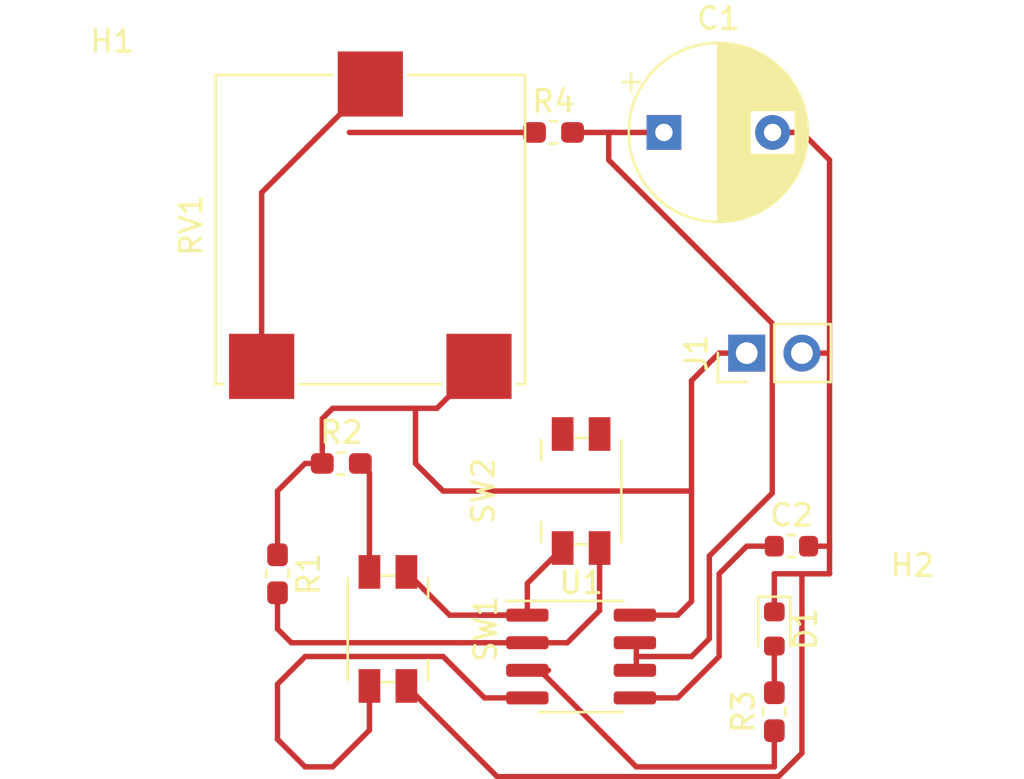
<source format=kicad_pcb>
(kicad_pcb (version 20171130) (host pcbnew "(5.1.6)-1")

  (general
    (thickness 1.6)
    (drawings 0)
    (tracks 83)
    (zones 0)
    (modules 14)
    (nets 10)
  )

  (page A4)
  (layers
    (0 F.Cu signal)
    (31 B.Cu signal)
    (32 B.Adhes user)
    (33 F.Adhes user)
    (34 B.Paste user)
    (35 F.Paste user)
    (36 B.SilkS user)
    (37 F.SilkS user)
    (38 B.Mask user)
    (39 F.Mask user)
    (40 Dwgs.User user)
    (41 Cmts.User user)
    (42 Eco1.User user)
    (43 Eco2.User user)
    (44 Edge.Cuts user)
    (45 Margin user)
    (46 B.CrtYd user)
    (47 F.CrtYd user)
    (48 B.Fab user)
    (49 F.Fab user)
  )

  (setup
    (last_trace_width 0.25)
    (user_trace_width 0.25)
    (user_trace_width 0.5)
    (trace_clearance 0.2)
    (zone_clearance 0.508)
    (zone_45_only no)
    (trace_min 0.2)
    (via_size 0.8)
    (via_drill 0.4)
    (via_min_size 0.4)
    (via_min_drill 0.3)
    (uvia_size 0.3)
    (uvia_drill 0.1)
    (uvias_allowed no)
    (uvia_min_size 0.2)
    (uvia_min_drill 0.1)
    (edge_width 0.05)
    (segment_width 0.2)
    (pcb_text_width 0.3)
    (pcb_text_size 1.5 1.5)
    (mod_edge_width 0.12)
    (mod_text_size 1 1)
    (mod_text_width 0.15)
    (pad_size 1.524 1.524)
    (pad_drill 0.762)
    (pad_to_mask_clearance 0.05)
    (aux_axis_origin 0 0)
    (visible_elements 7FFFFFFF)
    (pcbplotparams
      (layerselection 0x010fc_ffffffff)
      (usegerberextensions false)
      (usegerberattributes true)
      (usegerberadvancedattributes true)
      (creategerberjobfile true)
      (excludeedgelayer true)
      (linewidth 0.100000)
      (plotframeref false)
      (viasonmask false)
      (mode 1)
      (useauxorigin false)
      (hpglpennumber 1)
      (hpglpenspeed 20)
      (hpglpendiameter 15.000000)
      (psnegative false)
      (psa4output false)
      (plotreference true)
      (plotvalue true)
      (plotinvisibletext false)
      (padsonsilk false)
      (subtractmaskfromsilk false)
      (outputformat 1)
      (mirror false)
      (drillshape 1)
      (scaleselection 1)
      (outputdirectory ""))
  )

  (net 0 "")
  (net 1 "Net-(C1-Pad2)")
  (net 2 "Net-(C1-Pad1)")
  (net 3 "Net-(C2-Pad1)")
  (net 4 "Net-(D1-Pad2)")
  (net 5 "Net-(J1-Pad1)")
  (net 6 "Net-(R1-Pad2)")
  (net 7 "Net-(R2-Pad2)")
  (net 8 "Net-(R3-Pad1)")
  (net 9 "Net-(R4-Pad1)")

  (net_class Default "This is the default net class."
    (clearance 0.2)
    (trace_width 0.25)
    (via_dia 0.8)
    (via_drill 0.4)
    (uvia_dia 0.3)
    (uvia_drill 0.1)
    (add_net "Net-(C1-Pad1)")
    (add_net "Net-(C1-Pad2)")
    (add_net "Net-(C2-Pad1)")
    (add_net "Net-(D1-Pad2)")
    (add_net "Net-(J1-Pad1)")
    (add_net "Net-(R1-Pad2)")
    (add_net "Net-(R2-Pad2)")
    (add_net "Net-(R3-Pad1)")
    (add_net "Net-(R4-Pad1)")
  )

  (module Button_Switch_SMD:Panasonic_EVQPUJ_EVQPUA (layer F.Cu) (tedit 5A02FC95) (tstamp 619E77DE)
    (at 147.32 116.84 270)
    (descr http://industrial.panasonic.com/cdbs/www-data/pdf/ATV0000/ATV0000CE5.pdf)
    (tags "SMD SMT SPST EVQPUJ EVQPUA")
    (path /618BDABF)
    (attr smd)
    (fp_text reference SW1 (at 0 -4.5 90) (layer F.SilkS)
      (effects (font (size 1 1) (thickness 0.15)))
    )
    (fp_text value SW_Push (at 0 3.5 90) (layer F.Fab)
      (effects (font (size 1 1) (thickness 0.15)))
    )
    (fp_line (start 3.9 -3.25) (end -3.9 -3.25) (layer F.CrtYd) (width 0.05))
    (fp_line (start 3.9 2.25) (end -3.9 2.25) (layer F.CrtYd) (width 0.05))
    (fp_line (start -3.9 2.25) (end -3.9 -3.25) (layer F.CrtYd) (width 0.05))
    (fp_line (start -1.425 -1.85) (end -2.35 -1.85) (layer F.SilkS) (width 0.12))
    (fp_line (start 2.45 0.275) (end 2.45 -0.275) (layer F.SilkS) (width 0.12))
    (fp_line (start 2.35 1.75) (end -2.35 1.75) (layer F.Fab) (width 0.1))
    (fp_line (start 2.35 -1.75) (end -2.35 -1.75) (layer F.Fab) (width 0.1))
    (fp_line (start -2.35 1.75) (end -2.35 -1.75) (layer F.Fab) (width 0.1))
    (fp_line (start 2.35 1.75) (end 2.35 -1.75) (layer F.Fab) (width 0.1))
    (fp_line (start 1.3 -2.75) (end -1.3 -2.75) (layer F.Fab) (width 0.1))
    (fp_line (start 1.3 -2.75) (end 1.3 -1.75) (layer F.Fab) (width 0.1))
    (fp_line (start -1.3 -2.75) (end -1.3 -1.75) (layer F.Fab) (width 0.1))
    (fp_line (start -2.45 0.275) (end -2.45 -0.275) (layer F.SilkS) (width 0.12))
    (fp_line (start 2.35 1.85) (end -2.35 1.85) (layer F.SilkS) (width 0.12))
    (fp_line (start 2.35 -1.85) (end 1.425 -1.85) (layer F.SilkS) (width 0.12))
    (fp_line (start 3.9 2.25) (end 3.9 -3.25) (layer F.CrtYd) (width 0.05))
    (fp_text user %R (at 0 0 90) (layer F.Fab)
      (effects (font (size 1 1) (thickness 0.15)))
    )
    (pad 1 smd rect (at 2.625 -0.85 90) (size 1.55 1) (layers F.Cu F.Paste F.Mask)
      (net 1 "Net-(C1-Pad2)"))
    (pad 1 smd rect (at -2.625 -0.85 90) (size 1.55 1) (layers F.Cu F.Paste F.Mask)
      (net 1 "Net-(C1-Pad2)"))
    (pad 2 smd rect (at -2.625 0.85 90) (size 1.55 1) (layers F.Cu F.Paste F.Mask)
      (net 7 "Net-(R2-Pad2)"))
    (pad 2 smd rect (at 2.625 0.85 90) (size 1.55 1) (layers F.Cu F.Paste F.Mask)
      (net 7 "Net-(R2-Pad2)"))
    (model ${KISYS3DMOD}/Button_Switch_SMD.3dshapes/Panasonic_EVQPUJ_EVQPUA.wrl
      (at (xyz 0 0 0))
      (scale (xyz 1 1 1))
      (rotate (xyz 0 0 0))
    )
  )

  (module Package_SO:SOIC-8_3.9x4.9mm_P1.27mm (layer F.Cu) (tedit 5D9F72B1) (tstamp 619E7811)
    (at 156.21 118.11)
    (descr "SOIC, 8 Pin (JEDEC MS-012AA, https://www.analog.com/media/en/package-pcb-resources/package/pkg_pdf/soic_narrow-r/r_8.pdf), generated with kicad-footprint-generator ipc_gullwing_generator.py")
    (tags "SOIC SO")
    (path /618B7B92)
    (attr smd)
    (fp_text reference U1 (at 0 -3.4) (layer F.SilkS)
      (effects (font (size 1 1) (thickness 0.15)))
    )
    (fp_text value LM555xM (at 0 3.4) (layer F.Fab)
      (effects (font (size 1 1) (thickness 0.15)))
    )
    (fp_line (start 3.7 -2.7) (end -3.7 -2.7) (layer F.CrtYd) (width 0.05))
    (fp_line (start 3.7 2.7) (end 3.7 -2.7) (layer F.CrtYd) (width 0.05))
    (fp_line (start -3.7 2.7) (end 3.7 2.7) (layer F.CrtYd) (width 0.05))
    (fp_line (start -3.7 -2.7) (end -3.7 2.7) (layer F.CrtYd) (width 0.05))
    (fp_line (start -1.95 -1.475) (end -0.975 -2.45) (layer F.Fab) (width 0.1))
    (fp_line (start -1.95 2.45) (end -1.95 -1.475) (layer F.Fab) (width 0.1))
    (fp_line (start 1.95 2.45) (end -1.95 2.45) (layer F.Fab) (width 0.1))
    (fp_line (start 1.95 -2.45) (end 1.95 2.45) (layer F.Fab) (width 0.1))
    (fp_line (start -0.975 -2.45) (end 1.95 -2.45) (layer F.Fab) (width 0.1))
    (fp_line (start 0 -2.56) (end -3.45 -2.56) (layer F.SilkS) (width 0.12))
    (fp_line (start 0 -2.56) (end 1.95 -2.56) (layer F.SilkS) (width 0.12))
    (fp_line (start 0 2.56) (end -1.95 2.56) (layer F.SilkS) (width 0.12))
    (fp_line (start 0 2.56) (end 1.95 2.56) (layer F.SilkS) (width 0.12))
    (fp_text user %R (at 0 0) (layer F.Fab)
      (effects (font (size 0.98 0.98) (thickness 0.15)))
    )
    (pad 8 smd roundrect (at 2.475 -1.905) (size 1.95 0.6) (layers F.Cu F.Paste F.Mask) (roundrect_rratio 0.25)
      (net 5 "Net-(J1-Pad1)"))
    (pad 7 smd roundrect (at 2.475 -0.635) (size 1.95 0.6) (layers F.Cu F.Paste F.Mask) (roundrect_rratio 0.25)
      (net 2 "Net-(C1-Pad1)"))
    (pad 6 smd roundrect (at 2.475 0.635) (size 1.95 0.6) (layers F.Cu F.Paste F.Mask) (roundrect_rratio 0.25)
      (net 2 "Net-(C1-Pad1)"))
    (pad 5 smd roundrect (at 2.475 1.905) (size 1.95 0.6) (layers F.Cu F.Paste F.Mask) (roundrect_rratio 0.25)
      (net 3 "Net-(C2-Pad1)"))
    (pad 4 smd roundrect (at -2.475 1.905) (size 1.95 0.6) (layers F.Cu F.Paste F.Mask) (roundrect_rratio 0.25)
      (net 7 "Net-(R2-Pad2)"))
    (pad 3 smd roundrect (at -2.475 0.635) (size 1.95 0.6) (layers F.Cu F.Paste F.Mask) (roundrect_rratio 0.25)
      (net 8 "Net-(R3-Pad1)"))
    (pad 2 smd roundrect (at -2.475 -0.635) (size 1.95 0.6) (layers F.Cu F.Paste F.Mask) (roundrect_rratio 0.25)
      (net 6 "Net-(R1-Pad2)"))
    (pad 1 smd roundrect (at -2.475 -1.905) (size 1.95 0.6) (layers F.Cu F.Paste F.Mask) (roundrect_rratio 0.25)
      (net 1 "Net-(C1-Pad2)"))
    (model ${KISYS3DMOD}/Package_SO.3dshapes/SOIC-8_3.9x4.9mm_P1.27mm.wrl
      (at (xyz 0 0 0))
      (scale (xyz 1 1 1))
      (rotate (xyz 0 0 0))
    )
  )

  (module Button_Switch_SMD:Panasonic_EVQPUJ_EVQPUA (layer F.Cu) (tedit 5A02FC95) (tstamp 619E77F7)
    (at 156.21 110.49 90)
    (descr http://industrial.panasonic.com/cdbs/www-data/pdf/ATV0000/ATV0000CE5.pdf)
    (tags "SMD SMT SPST EVQPUJ EVQPUA")
    (path /618B8F0E)
    (attr smd)
    (fp_text reference SW2 (at 0 -4.5 90) (layer F.SilkS)
      (effects (font (size 1 1) (thickness 0.15)))
    )
    (fp_text value SW_Push (at 0 3.5 90) (layer F.Fab)
      (effects (font (size 1 1) (thickness 0.15)))
    )
    (fp_line (start 3.9 -3.25) (end -3.9 -3.25) (layer F.CrtYd) (width 0.05))
    (fp_line (start 3.9 2.25) (end -3.9 2.25) (layer F.CrtYd) (width 0.05))
    (fp_line (start -3.9 2.25) (end -3.9 -3.25) (layer F.CrtYd) (width 0.05))
    (fp_line (start -1.425 -1.85) (end -2.35 -1.85) (layer F.SilkS) (width 0.12))
    (fp_line (start 2.45 0.275) (end 2.45 -0.275) (layer F.SilkS) (width 0.12))
    (fp_line (start 2.35 1.75) (end -2.35 1.75) (layer F.Fab) (width 0.1))
    (fp_line (start 2.35 -1.75) (end -2.35 -1.75) (layer F.Fab) (width 0.1))
    (fp_line (start -2.35 1.75) (end -2.35 -1.75) (layer F.Fab) (width 0.1))
    (fp_line (start 2.35 1.75) (end 2.35 -1.75) (layer F.Fab) (width 0.1))
    (fp_line (start 1.3 -2.75) (end -1.3 -2.75) (layer F.Fab) (width 0.1))
    (fp_line (start 1.3 -2.75) (end 1.3 -1.75) (layer F.Fab) (width 0.1))
    (fp_line (start -1.3 -2.75) (end -1.3 -1.75) (layer F.Fab) (width 0.1))
    (fp_line (start -2.45 0.275) (end -2.45 -0.275) (layer F.SilkS) (width 0.12))
    (fp_line (start 2.35 1.85) (end -2.35 1.85) (layer F.SilkS) (width 0.12))
    (fp_line (start 2.35 -1.85) (end 1.425 -1.85) (layer F.SilkS) (width 0.12))
    (fp_line (start 3.9 2.25) (end 3.9 -3.25) (layer F.CrtYd) (width 0.05))
    (fp_text user %R (at 0 0 90) (layer F.Fab)
      (effects (font (size 1 1) (thickness 0.15)))
    )
    (pad 1 smd rect (at 2.625 -0.85 270) (size 1.55 1) (layers F.Cu F.Paste F.Mask)
      (net 1 "Net-(C1-Pad2)"))
    (pad 1 smd rect (at -2.625 -0.85 270) (size 1.55 1) (layers F.Cu F.Paste F.Mask)
      (net 1 "Net-(C1-Pad2)"))
    (pad 2 smd rect (at -2.625 0.85 270) (size 1.55 1) (layers F.Cu F.Paste F.Mask)
      (net 6 "Net-(R1-Pad2)"))
    (pad 2 smd rect (at 2.625 0.85 270) (size 1.55 1) (layers F.Cu F.Paste F.Mask)
      (net 6 "Net-(R1-Pad2)"))
    (model ${KISYS3DMOD}/Button_Switch_SMD.3dshapes/Panasonic_EVQPUJ_EVQPUA.wrl
      (at (xyz 0 0 0))
      (scale (xyz 1 1 1))
      (rotate (xyz 0 0 0))
    )
  )

  (module Potentiometer_SMD:Potentiometer_ACP_CA14-VSMD_Vertical (layer F.Cu) (tedit 5A3D7171) (tstamp 619E77C5)
    (at 146.510301 98.25 90)
    (descr "Potentiometer, vertical, ACP CA14-VSMD, http://www.acptechnologies.com/wp-content/uploads/2017/10/03-ACP-CA14-CE14.pdf")
    (tags "Potentiometer vertical ACP CA14-VSMD")
    (path /618BE14C)
    (attr smd)
    (fp_text reference RV1 (at 0 -8.25 90) (layer F.SilkS)
      (effects (font (size 1 1) (thickness 0.15)))
    )
    (fp_text value 1M (at 0 8.25 90) (layer F.Fab)
      (effects (font (size 1 1) (thickness 0.15)))
    )
    (fp_line (start 7.75 -7.25) (end -7.75 -7.25) (layer F.CrtYd) (width 0.05))
    (fp_line (start 7.75 7.25) (end 7.75 -7.25) (layer F.CrtYd) (width 0.05))
    (fp_line (start -7.75 7.25) (end 7.75 7.25) (layer F.CrtYd) (width 0.05))
    (fp_line (start -7.75 -7.25) (end -7.75 7.25) (layer F.CrtYd) (width 0.05))
    (fp_line (start 6.92 1.74) (end 6.92 7.12) (layer F.SilkS) (width 0.12))
    (fp_line (start 6.92 -7.12) (end 6.92 -1.74) (layer F.SilkS) (width 0.12))
    (fp_line (start -7.32 6.74) (end -7.32 7.12) (layer F.SilkS) (width 0.12))
    (fp_line (start -7.32 -3.259) (end -7.32 3.26) (layer F.SilkS) (width 0.12))
    (fp_line (start -7.32 -7.12) (end -7.32 -6.741) (layer F.SilkS) (width 0.12))
    (fp_line (start -7.32 7.12) (end 6.92 7.12) (layer F.SilkS) (width 0.12))
    (fp_line (start -7.32 -7.12) (end 6.92 -7.12) (layer F.SilkS) (width 0.12))
    (fp_line (start 6.8 -7) (end -7.2 -7) (layer F.Fab) (width 0.1))
    (fp_line (start 6.8 7) (end 6.8 -7) (layer F.Fab) (width 0.1))
    (fp_line (start -7.2 7) (end 6.8 7) (layer F.Fab) (width 0.1))
    (fp_line (start -7.2 -7) (end -7.2 7) (layer F.Fab) (width 0.1))
    (fp_circle (center -0.2 0) (end 0.85 0) (layer F.Fab) (width 0.1))
    (fp_text user %R (at -6.2 0) (layer F.Fab)
      (effects (font (size 1 1) (thickness 0.15)))
    )
    (pad 1 smd rect (at -6.5 5 90) (size 3 3) (layers F.Cu F.Paste F.Mask)
      (net 5 "Net-(J1-Pad1)"))
    (pad 2 smd rect (at 6.5 0 90) (size 3 3) (layers F.Cu F.Paste F.Mask)
      (net 9 "Net-(R4-Pad1)"))
    (pad 3 smd rect (at -6.5 -5 90) (size 3 3) (layers F.Cu F.Paste F.Mask)
      (net 9 "Net-(R4-Pad1)"))
    (model ${KISYS3DMOD}/Potentiometer_SMD.3dshapes/Potentiometer_ACP_CA14-VSMD_Vertical.wrl
      (at (xyz 0 0 0))
      (scale (xyz 1 1 1))
      (rotate (xyz 0 0 0))
    )
  )

  (module Resistor_SMD:R_0603_1608Metric_Pad1.05x0.95mm_HandSolder (layer F.Cu) (tedit 5B301BBD) (tstamp 619E77AD)
    (at 154.94 93.98)
    (descr "Resistor SMD 0603 (1608 Metric), square (rectangular) end terminal, IPC_7351 nominal with elongated pad for handsoldering. (Body size source: http://www.tortai-tech.com/upload/download/2011102023233369053.pdf), generated with kicad-footprint-generator")
    (tags "resistor handsolder")
    (path /618CC1EB)
    (attr smd)
    (fp_text reference R4 (at 0 -1.43) (layer F.SilkS)
      (effects (font (size 1 1) (thickness 0.15)))
    )
    (fp_text value 10k (at 0 1.43) (layer F.Fab)
      (effects (font (size 1 1) (thickness 0.15)))
    )
    (fp_line (start 1.65 0.73) (end -1.65 0.73) (layer F.CrtYd) (width 0.05))
    (fp_line (start 1.65 -0.73) (end 1.65 0.73) (layer F.CrtYd) (width 0.05))
    (fp_line (start -1.65 -0.73) (end 1.65 -0.73) (layer F.CrtYd) (width 0.05))
    (fp_line (start -1.65 0.73) (end -1.65 -0.73) (layer F.CrtYd) (width 0.05))
    (fp_line (start -0.171267 0.51) (end 0.171267 0.51) (layer F.SilkS) (width 0.12))
    (fp_line (start -0.171267 -0.51) (end 0.171267 -0.51) (layer F.SilkS) (width 0.12))
    (fp_line (start 0.8 0.4) (end -0.8 0.4) (layer F.Fab) (width 0.1))
    (fp_line (start 0.8 -0.4) (end 0.8 0.4) (layer F.Fab) (width 0.1))
    (fp_line (start -0.8 -0.4) (end 0.8 -0.4) (layer F.Fab) (width 0.1))
    (fp_line (start -0.8 0.4) (end -0.8 -0.4) (layer F.Fab) (width 0.1))
    (fp_text user %R (at 0 0) (layer F.Fab)
      (effects (font (size 0.4 0.4) (thickness 0.06)))
    )
    (pad 2 smd roundrect (at 0.875 0) (size 1.05 0.95) (layers F.Cu F.Paste F.Mask) (roundrect_rratio 0.25)
      (net 2 "Net-(C1-Pad1)"))
    (pad 1 smd roundrect (at -0.875 0) (size 1.05 0.95) (layers F.Cu F.Paste F.Mask) (roundrect_rratio 0.25)
      (net 9 "Net-(R4-Pad1)"))
    (model ${KISYS3DMOD}/Resistor_SMD.3dshapes/R_0603_1608Metric.wrl
      (at (xyz 0 0 0))
      (scale (xyz 1 1 1))
      (rotate (xyz 0 0 0))
    )
  )

  (module Resistor_SMD:R_0603_1608Metric_Pad1.05x0.95mm_HandSolder (layer F.Cu) (tedit 5B301BBD) (tstamp 619E779C)
    (at 165.1 120.65 90)
    (descr "Resistor SMD 0603 (1608 Metric), square (rectangular) end terminal, IPC_7351 nominal with elongated pad for handsoldering. (Body size source: http://www.tortai-tech.com/upload/download/2011102023233369053.pdf), generated with kicad-footprint-generator")
    (tags "resistor handsolder")
    (path /618BD2C7)
    (attr smd)
    (fp_text reference R3 (at 0 -1.43 90) (layer F.SilkS)
      (effects (font (size 1 1) (thickness 0.15)))
    )
    (fp_text value 470 (at 0 1.43 90) (layer F.Fab)
      (effects (font (size 1 1) (thickness 0.15)))
    )
    (fp_line (start 1.65 0.73) (end -1.65 0.73) (layer F.CrtYd) (width 0.05))
    (fp_line (start 1.65 -0.73) (end 1.65 0.73) (layer F.CrtYd) (width 0.05))
    (fp_line (start -1.65 -0.73) (end 1.65 -0.73) (layer F.CrtYd) (width 0.05))
    (fp_line (start -1.65 0.73) (end -1.65 -0.73) (layer F.CrtYd) (width 0.05))
    (fp_line (start -0.171267 0.51) (end 0.171267 0.51) (layer F.SilkS) (width 0.12))
    (fp_line (start -0.171267 -0.51) (end 0.171267 -0.51) (layer F.SilkS) (width 0.12))
    (fp_line (start 0.8 0.4) (end -0.8 0.4) (layer F.Fab) (width 0.1))
    (fp_line (start 0.8 -0.4) (end 0.8 0.4) (layer F.Fab) (width 0.1))
    (fp_line (start -0.8 -0.4) (end 0.8 -0.4) (layer F.Fab) (width 0.1))
    (fp_line (start -0.8 0.4) (end -0.8 -0.4) (layer F.Fab) (width 0.1))
    (fp_text user %R (at 0 0 90) (layer F.Fab)
      (effects (font (size 0.4 0.4) (thickness 0.06)))
    )
    (pad 2 smd roundrect (at 0.875 0 90) (size 1.05 0.95) (layers F.Cu F.Paste F.Mask) (roundrect_rratio 0.25)
      (net 4 "Net-(D1-Pad2)"))
    (pad 1 smd roundrect (at -0.875 0 90) (size 1.05 0.95) (layers F.Cu F.Paste F.Mask) (roundrect_rratio 0.25)
      (net 8 "Net-(R3-Pad1)"))
    (model ${KISYS3DMOD}/Resistor_SMD.3dshapes/R_0603_1608Metric.wrl
      (at (xyz 0 0 0))
      (scale (xyz 1 1 1))
      (rotate (xyz 0 0 0))
    )
  )

  (module Resistor_SMD:R_0603_1608Metric_Pad1.05x0.95mm_HandSolder (layer F.Cu) (tedit 5B301BBD) (tstamp 619E778B)
    (at 145.175 109.22)
    (descr "Resistor SMD 0603 (1608 Metric), square (rectangular) end terminal, IPC_7351 nominal with elongated pad for handsoldering. (Body size source: http://www.tortai-tech.com/upload/download/2011102023233369053.pdf), generated with kicad-footprint-generator")
    (tags "resistor handsolder")
    (path /618BD1DF)
    (attr smd)
    (fp_text reference R2 (at 0 -1.43) (layer F.SilkS)
      (effects (font (size 1 1) (thickness 0.15)))
    )
    (fp_text value 10k (at 0 1.43) (layer F.Fab)
      (effects (font (size 1 1) (thickness 0.15)))
    )
    (fp_line (start 1.65 0.73) (end -1.65 0.73) (layer F.CrtYd) (width 0.05))
    (fp_line (start 1.65 -0.73) (end 1.65 0.73) (layer F.CrtYd) (width 0.05))
    (fp_line (start -1.65 -0.73) (end 1.65 -0.73) (layer F.CrtYd) (width 0.05))
    (fp_line (start -1.65 0.73) (end -1.65 -0.73) (layer F.CrtYd) (width 0.05))
    (fp_line (start -0.171267 0.51) (end 0.171267 0.51) (layer F.SilkS) (width 0.12))
    (fp_line (start -0.171267 -0.51) (end 0.171267 -0.51) (layer F.SilkS) (width 0.12))
    (fp_line (start 0.8 0.4) (end -0.8 0.4) (layer F.Fab) (width 0.1))
    (fp_line (start 0.8 -0.4) (end 0.8 0.4) (layer F.Fab) (width 0.1))
    (fp_line (start -0.8 -0.4) (end 0.8 -0.4) (layer F.Fab) (width 0.1))
    (fp_line (start -0.8 0.4) (end -0.8 -0.4) (layer F.Fab) (width 0.1))
    (fp_text user %R (at 0 0) (layer F.Fab)
      (effects (font (size 0.4 0.4) (thickness 0.06)))
    )
    (pad 2 smd roundrect (at 0.875 0) (size 1.05 0.95) (layers F.Cu F.Paste F.Mask) (roundrect_rratio 0.25)
      (net 7 "Net-(R2-Pad2)"))
    (pad 1 smd roundrect (at -0.875 0) (size 1.05 0.95) (layers F.Cu F.Paste F.Mask) (roundrect_rratio 0.25)
      (net 5 "Net-(J1-Pad1)"))
    (model ${KISYS3DMOD}/Resistor_SMD.3dshapes/R_0603_1608Metric.wrl
      (at (xyz 0 0 0))
      (scale (xyz 1 1 1))
      (rotate (xyz 0 0 0))
    )
  )

  (module Resistor_SMD:R_0603_1608Metric_Pad1.05x0.95mm_HandSolder (layer F.Cu) (tedit 5B301BBD) (tstamp 619E777A)
    (at 142.24 114.3 270)
    (descr "Resistor SMD 0603 (1608 Metric), square (rectangular) end terminal, IPC_7351 nominal with elongated pad for handsoldering. (Body size source: http://www.tortai-tech.com/upload/download/2011102023233369053.pdf), generated with kicad-footprint-generator")
    (tags "resistor handsolder")
    (path /618B98AB)
    (attr smd)
    (fp_text reference R1 (at 0 -1.43 90) (layer F.SilkS)
      (effects (font (size 1 1) (thickness 0.15)))
    )
    (fp_text value 10k (at 0 1.43 90) (layer F.Fab)
      (effects (font (size 1 1) (thickness 0.15)))
    )
    (fp_line (start 1.65 0.73) (end -1.65 0.73) (layer F.CrtYd) (width 0.05))
    (fp_line (start 1.65 -0.73) (end 1.65 0.73) (layer F.CrtYd) (width 0.05))
    (fp_line (start -1.65 -0.73) (end 1.65 -0.73) (layer F.CrtYd) (width 0.05))
    (fp_line (start -1.65 0.73) (end -1.65 -0.73) (layer F.CrtYd) (width 0.05))
    (fp_line (start -0.171267 0.51) (end 0.171267 0.51) (layer F.SilkS) (width 0.12))
    (fp_line (start -0.171267 -0.51) (end 0.171267 -0.51) (layer F.SilkS) (width 0.12))
    (fp_line (start 0.8 0.4) (end -0.8 0.4) (layer F.Fab) (width 0.1))
    (fp_line (start 0.8 -0.4) (end 0.8 0.4) (layer F.Fab) (width 0.1))
    (fp_line (start -0.8 -0.4) (end 0.8 -0.4) (layer F.Fab) (width 0.1))
    (fp_line (start -0.8 0.4) (end -0.8 -0.4) (layer F.Fab) (width 0.1))
    (fp_text user %R (at 0 0 90) (layer F.Fab)
      (effects (font (size 0.4 0.4) (thickness 0.06)))
    )
    (pad 2 smd roundrect (at 0.875 0 270) (size 1.05 0.95) (layers F.Cu F.Paste F.Mask) (roundrect_rratio 0.25)
      (net 6 "Net-(R1-Pad2)"))
    (pad 1 smd roundrect (at -0.875 0 270) (size 1.05 0.95) (layers F.Cu F.Paste F.Mask) (roundrect_rratio 0.25)
      (net 5 "Net-(J1-Pad1)"))
    (model ${KISYS3DMOD}/Resistor_SMD.3dshapes/R_0603_1608Metric.wrl
      (at (xyz 0 0 0))
      (scale (xyz 1 1 1))
      (rotate (xyz 0 0 0))
    )
  )

  (module Connector_PinHeader_2.54mm:PinHeader_1x02_P2.54mm_Vertical (layer F.Cu) (tedit 59FED5CC) (tstamp 619E7769)
    (at 163.83 104.14 90)
    (descr "Through hole straight pin header, 1x02, 2.54mm pitch, single row")
    (tags "Through hole pin header THT 1x02 2.54mm single row")
    (path /619F90F1)
    (fp_text reference J1 (at 0 -2.33 90) (layer F.SilkS)
      (effects (font (size 1 1) (thickness 0.15)))
    )
    (fp_text value Conn_01x02_Male (at 1.27 5.08 90) (layer F.Fab)
      (effects (font (size 1 1) (thickness 0.15)))
    )
    (fp_line (start 1.8 -1.8) (end -1.8 -1.8) (layer F.CrtYd) (width 0.05))
    (fp_line (start 1.8 4.35) (end 1.8 -1.8) (layer F.CrtYd) (width 0.05))
    (fp_line (start -1.8 4.35) (end 1.8 4.35) (layer F.CrtYd) (width 0.05))
    (fp_line (start -1.8 -1.8) (end -1.8 4.35) (layer F.CrtYd) (width 0.05))
    (fp_line (start -1.33 -1.33) (end 0 -1.33) (layer F.SilkS) (width 0.12))
    (fp_line (start -1.33 0) (end -1.33 -1.33) (layer F.SilkS) (width 0.12))
    (fp_line (start -1.33 1.27) (end 1.33 1.27) (layer F.SilkS) (width 0.12))
    (fp_line (start 1.33 1.27) (end 1.33 3.87) (layer F.SilkS) (width 0.12))
    (fp_line (start -1.33 1.27) (end -1.33 3.87) (layer F.SilkS) (width 0.12))
    (fp_line (start -1.33 3.87) (end 1.33 3.87) (layer F.SilkS) (width 0.12))
    (fp_line (start -1.27 -0.635) (end -0.635 -1.27) (layer F.Fab) (width 0.1))
    (fp_line (start -1.27 3.81) (end -1.27 -0.635) (layer F.Fab) (width 0.1))
    (fp_line (start 1.27 3.81) (end -1.27 3.81) (layer F.Fab) (width 0.1))
    (fp_line (start 1.27 -1.27) (end 1.27 3.81) (layer F.Fab) (width 0.1))
    (fp_line (start -0.635 -1.27) (end 1.27 -1.27) (layer F.Fab) (width 0.1))
    (fp_text user %R (at 0 1.27) (layer F.Fab)
      (effects (font (size 1 1) (thickness 0.15)))
    )
    (pad 2 thru_hole oval (at 0 2.54 90) (size 1.7 1.7) (drill 1) (layers *.Cu *.Mask)
      (net 1 "Net-(C1-Pad2)"))
    (pad 1 thru_hole rect (at 0 0 90) (size 1.7 1.7) (drill 1) (layers *.Cu *.Mask)
      (net 5 "Net-(J1-Pad1)"))
    (model ${KISYS3DMOD}/Connector_PinHeader_2.54mm.3dshapes/PinHeader_1x02_P2.54mm_Vertical.wrl
      (at (xyz 0 0 0))
      (scale (xyz 1 1 1))
      (rotate (xyz 0 0 0))
    )
  )

  (module MountingHole:MountingHole_3.2mm_M3 (layer F.Cu) (tedit 56D1B4CB) (tstamp 619E7753)
    (at 171.45 118.11)
    (descr "Mounting Hole 3.2mm, no annular, M3")
    (tags "mounting hole 3.2mm no annular m3")
    (path /619FD524)
    (attr virtual)
    (fp_text reference H2 (at 0 -4.2) (layer F.SilkS)
      (effects (font (size 1 1) (thickness 0.15)))
    )
    (fp_text value MountingHole (at 0 4.2) (layer F.Fab)
      (effects (font (size 1 1) (thickness 0.15)))
    )
    (fp_circle (center 0 0) (end 3.45 0) (layer F.CrtYd) (width 0.05))
    (fp_circle (center 0 0) (end 3.2 0) (layer Cmts.User) (width 0.15))
    (fp_text user %R (at 0.3 0) (layer F.Fab)
      (effects (font (size 1 1) (thickness 0.15)))
    )
    (pad 1 np_thru_hole circle (at 0 0) (size 3.2 3.2) (drill 3.2) (layers *.Cu *.Mask))
  )

  (module MountingHole:MountingHole_3.2mm_M3 (layer F.Cu) (tedit 56D1B4CB) (tstamp 619E774B)
    (at 134.62 93.98)
    (descr "Mounting Hole 3.2mm, no annular, M3")
    (tags "mounting hole 3.2mm no annular m3")
    (path /619FCFC1)
    (attr virtual)
    (fp_text reference H1 (at 0 -4.2) (layer F.SilkS)
      (effects (font (size 1 1) (thickness 0.15)))
    )
    (fp_text value MountingHole (at 0 4.2) (layer F.Fab)
      (effects (font (size 1 1) (thickness 0.15)))
    )
    (fp_circle (center 0 0) (end 3.45 0) (layer F.CrtYd) (width 0.05))
    (fp_circle (center 0 0) (end 3.2 0) (layer Cmts.User) (width 0.15))
    (fp_text user %R (at 0.3 0) (layer F.Fab)
      (effects (font (size 1 1) (thickness 0.15)))
    )
    (pad 1 np_thru_hole circle (at 0 0) (size 3.2 3.2) (drill 3.2) (layers *.Cu *.Mask))
  )

  (module LED_SMD:LED_0603_1608Metric (layer F.Cu) (tedit 5B301BBE) (tstamp 619E7743)
    (at 165.1 116.84 270)
    (descr "LED SMD 0603 (1608 Metric), square (rectangular) end terminal, IPC_7351 nominal, (Body size source: http://www.tortai-tech.com/upload/download/2011102023233369053.pdf), generated with kicad-footprint-generator")
    (tags diode)
    (path /618BAE08)
    (attr smd)
    (fp_text reference D1 (at 0 -1.43 90) (layer F.SilkS)
      (effects (font (size 1 1) (thickness 0.15)))
    )
    (fp_text value LED (at 0 1.43 90) (layer F.Fab)
      (effects (font (size 1 1) (thickness 0.15)))
    )
    (fp_line (start 1.48 0.73) (end -1.48 0.73) (layer F.CrtYd) (width 0.05))
    (fp_line (start 1.48 -0.73) (end 1.48 0.73) (layer F.CrtYd) (width 0.05))
    (fp_line (start -1.48 -0.73) (end 1.48 -0.73) (layer F.CrtYd) (width 0.05))
    (fp_line (start -1.48 0.73) (end -1.48 -0.73) (layer F.CrtYd) (width 0.05))
    (fp_line (start -1.485 0.735) (end 0.8 0.735) (layer F.SilkS) (width 0.12))
    (fp_line (start -1.485 -0.735) (end -1.485 0.735) (layer F.SilkS) (width 0.12))
    (fp_line (start 0.8 -0.735) (end -1.485 -0.735) (layer F.SilkS) (width 0.12))
    (fp_line (start 0.8 0.4) (end 0.8 -0.4) (layer F.Fab) (width 0.1))
    (fp_line (start -0.8 0.4) (end 0.8 0.4) (layer F.Fab) (width 0.1))
    (fp_line (start -0.8 -0.1) (end -0.8 0.4) (layer F.Fab) (width 0.1))
    (fp_line (start -0.5 -0.4) (end -0.8 -0.1) (layer F.Fab) (width 0.1))
    (fp_line (start 0.8 -0.4) (end -0.5 -0.4) (layer F.Fab) (width 0.1))
    (fp_text user %R (at 0 0 90) (layer F.Fab)
      (effects (font (size 0.4 0.4) (thickness 0.06)))
    )
    (pad 2 smd roundrect (at 0.7875 0 270) (size 0.875 0.95) (layers F.Cu F.Paste F.Mask) (roundrect_rratio 0.25)
      (net 4 "Net-(D1-Pad2)"))
    (pad 1 smd roundrect (at -0.7875 0 270) (size 0.875 0.95) (layers F.Cu F.Paste F.Mask) (roundrect_rratio 0.25)
      (net 1 "Net-(C1-Pad2)"))
    (model ${KISYS3DMOD}/LED_SMD.3dshapes/LED_0603_1608Metric.wrl
      (at (xyz 0 0 0))
      (scale (xyz 1 1 1))
      (rotate (xyz 0 0 0))
    )
  )

  (module Capacitor_SMD:C_0603_1608Metric (layer F.Cu) (tedit 5B301BBE) (tstamp 619E7730)
    (at 165.8875 113.03)
    (descr "Capacitor SMD 0603 (1608 Metric), square (rectangular) end terminal, IPC_7351 nominal, (Body size source: http://www.tortai-tech.com/upload/download/2011102023233369053.pdf), generated with kicad-footprint-generator")
    (tags capacitor)
    (path /618BF49D)
    (attr smd)
    (fp_text reference C2 (at 0 -1.43) (layer F.SilkS)
      (effects (font (size 1 1) (thickness 0.15)))
    )
    (fp_text value 100nF (at 0 1.43) (layer F.Fab)
      (effects (font (size 1 1) (thickness 0.15)))
    )
    (fp_line (start 1.48 0.73) (end -1.48 0.73) (layer F.CrtYd) (width 0.05))
    (fp_line (start 1.48 -0.73) (end 1.48 0.73) (layer F.CrtYd) (width 0.05))
    (fp_line (start -1.48 -0.73) (end 1.48 -0.73) (layer F.CrtYd) (width 0.05))
    (fp_line (start -1.48 0.73) (end -1.48 -0.73) (layer F.CrtYd) (width 0.05))
    (fp_line (start -0.162779 0.51) (end 0.162779 0.51) (layer F.SilkS) (width 0.12))
    (fp_line (start -0.162779 -0.51) (end 0.162779 -0.51) (layer F.SilkS) (width 0.12))
    (fp_line (start 0.8 0.4) (end -0.8 0.4) (layer F.Fab) (width 0.1))
    (fp_line (start 0.8 -0.4) (end 0.8 0.4) (layer F.Fab) (width 0.1))
    (fp_line (start -0.8 -0.4) (end 0.8 -0.4) (layer F.Fab) (width 0.1))
    (fp_line (start -0.8 0.4) (end -0.8 -0.4) (layer F.Fab) (width 0.1))
    (fp_text user %R (at 0 0) (layer F.Fab)
      (effects (font (size 0.4 0.4) (thickness 0.06)))
    )
    (pad 2 smd roundrect (at 0.7875 0) (size 0.875 0.95) (layers F.Cu F.Paste F.Mask) (roundrect_rratio 0.25)
      (net 1 "Net-(C1-Pad2)"))
    (pad 1 smd roundrect (at -0.7875 0) (size 0.875 0.95) (layers F.Cu F.Paste F.Mask) (roundrect_rratio 0.25)
      (net 3 "Net-(C2-Pad1)"))
    (model ${KISYS3DMOD}/Capacitor_SMD.3dshapes/C_0603_1608Metric.wrl
      (at (xyz 0 0 0))
      (scale (xyz 1 1 1))
      (rotate (xyz 0 0 0))
    )
  )

  (module Capacitor_THT:CP_Radial_D8.0mm_P5.00mm (layer F.Cu) (tedit 5AE50EF0) (tstamp 619E771F)
    (at 160.02 93.98)
    (descr "CP, Radial series, Radial, pin pitch=5.00mm, , diameter=8mm, Electrolytic Capacitor")
    (tags "CP Radial series Radial pin pitch 5.00mm  diameter 8mm Electrolytic Capacitor")
    (path /618BA883)
    (fp_text reference C1 (at 2.5 -5.25) (layer F.SilkS)
      (effects (font (size 1 1) (thickness 0.15)))
    )
    (fp_text value 100uF (at 2.5 5.25) (layer F.Fab)
      (effects (font (size 1 1) (thickness 0.15)))
    )
    (fp_line (start -1.509698 -2.715) (end -1.509698 -1.915) (layer F.SilkS) (width 0.12))
    (fp_line (start -1.909698 -2.315) (end -1.109698 -2.315) (layer F.SilkS) (width 0.12))
    (fp_line (start 6.581 -0.533) (end 6.581 0.533) (layer F.SilkS) (width 0.12))
    (fp_line (start 6.541 -0.768) (end 6.541 0.768) (layer F.SilkS) (width 0.12))
    (fp_line (start 6.501 -0.948) (end 6.501 0.948) (layer F.SilkS) (width 0.12))
    (fp_line (start 6.461 -1.098) (end 6.461 1.098) (layer F.SilkS) (width 0.12))
    (fp_line (start 6.421 -1.229) (end 6.421 1.229) (layer F.SilkS) (width 0.12))
    (fp_line (start 6.381 -1.346) (end 6.381 1.346) (layer F.SilkS) (width 0.12))
    (fp_line (start 6.341 -1.453) (end 6.341 1.453) (layer F.SilkS) (width 0.12))
    (fp_line (start 6.301 -1.552) (end 6.301 1.552) (layer F.SilkS) (width 0.12))
    (fp_line (start 6.261 -1.645) (end 6.261 1.645) (layer F.SilkS) (width 0.12))
    (fp_line (start 6.221 -1.731) (end 6.221 1.731) (layer F.SilkS) (width 0.12))
    (fp_line (start 6.181 -1.813) (end 6.181 1.813) (layer F.SilkS) (width 0.12))
    (fp_line (start 6.141 -1.89) (end 6.141 1.89) (layer F.SilkS) (width 0.12))
    (fp_line (start 6.101 -1.964) (end 6.101 1.964) (layer F.SilkS) (width 0.12))
    (fp_line (start 6.061 -2.034) (end 6.061 2.034) (layer F.SilkS) (width 0.12))
    (fp_line (start 6.021 1.04) (end 6.021 2.102) (layer F.SilkS) (width 0.12))
    (fp_line (start 6.021 -2.102) (end 6.021 -1.04) (layer F.SilkS) (width 0.12))
    (fp_line (start 5.981 1.04) (end 5.981 2.166) (layer F.SilkS) (width 0.12))
    (fp_line (start 5.981 -2.166) (end 5.981 -1.04) (layer F.SilkS) (width 0.12))
    (fp_line (start 5.941 1.04) (end 5.941 2.228) (layer F.SilkS) (width 0.12))
    (fp_line (start 5.941 -2.228) (end 5.941 -1.04) (layer F.SilkS) (width 0.12))
    (fp_line (start 5.901 1.04) (end 5.901 2.287) (layer F.SilkS) (width 0.12))
    (fp_line (start 5.901 -2.287) (end 5.901 -1.04) (layer F.SilkS) (width 0.12))
    (fp_line (start 5.861 1.04) (end 5.861 2.345) (layer F.SilkS) (width 0.12))
    (fp_line (start 5.861 -2.345) (end 5.861 -1.04) (layer F.SilkS) (width 0.12))
    (fp_line (start 5.821 1.04) (end 5.821 2.4) (layer F.SilkS) (width 0.12))
    (fp_line (start 5.821 -2.4) (end 5.821 -1.04) (layer F.SilkS) (width 0.12))
    (fp_line (start 5.781 1.04) (end 5.781 2.454) (layer F.SilkS) (width 0.12))
    (fp_line (start 5.781 -2.454) (end 5.781 -1.04) (layer F.SilkS) (width 0.12))
    (fp_line (start 5.741 1.04) (end 5.741 2.505) (layer F.SilkS) (width 0.12))
    (fp_line (start 5.741 -2.505) (end 5.741 -1.04) (layer F.SilkS) (width 0.12))
    (fp_line (start 5.701 1.04) (end 5.701 2.556) (layer F.SilkS) (width 0.12))
    (fp_line (start 5.701 -2.556) (end 5.701 -1.04) (layer F.SilkS) (width 0.12))
    (fp_line (start 5.661 1.04) (end 5.661 2.604) (layer F.SilkS) (width 0.12))
    (fp_line (start 5.661 -2.604) (end 5.661 -1.04) (layer F.SilkS) (width 0.12))
    (fp_line (start 5.621 1.04) (end 5.621 2.651) (layer F.SilkS) (width 0.12))
    (fp_line (start 5.621 -2.651) (end 5.621 -1.04) (layer F.SilkS) (width 0.12))
    (fp_line (start 5.581 1.04) (end 5.581 2.697) (layer F.SilkS) (width 0.12))
    (fp_line (start 5.581 -2.697) (end 5.581 -1.04) (layer F.SilkS) (width 0.12))
    (fp_line (start 5.541 1.04) (end 5.541 2.741) (layer F.SilkS) (width 0.12))
    (fp_line (start 5.541 -2.741) (end 5.541 -1.04) (layer F.SilkS) (width 0.12))
    (fp_line (start 5.501 1.04) (end 5.501 2.784) (layer F.SilkS) (width 0.12))
    (fp_line (start 5.501 -2.784) (end 5.501 -1.04) (layer F.SilkS) (width 0.12))
    (fp_line (start 5.461 1.04) (end 5.461 2.826) (layer F.SilkS) (width 0.12))
    (fp_line (start 5.461 -2.826) (end 5.461 -1.04) (layer F.SilkS) (width 0.12))
    (fp_line (start 5.421 1.04) (end 5.421 2.867) (layer F.SilkS) (width 0.12))
    (fp_line (start 5.421 -2.867) (end 5.421 -1.04) (layer F.SilkS) (width 0.12))
    (fp_line (start 5.381 1.04) (end 5.381 2.907) (layer F.SilkS) (width 0.12))
    (fp_line (start 5.381 -2.907) (end 5.381 -1.04) (layer F.SilkS) (width 0.12))
    (fp_line (start 5.341 1.04) (end 5.341 2.945) (layer F.SilkS) (width 0.12))
    (fp_line (start 5.341 -2.945) (end 5.341 -1.04) (layer F.SilkS) (width 0.12))
    (fp_line (start 5.301 1.04) (end 5.301 2.983) (layer F.SilkS) (width 0.12))
    (fp_line (start 5.301 -2.983) (end 5.301 -1.04) (layer F.SilkS) (width 0.12))
    (fp_line (start 5.261 1.04) (end 5.261 3.019) (layer F.SilkS) (width 0.12))
    (fp_line (start 5.261 -3.019) (end 5.261 -1.04) (layer F.SilkS) (width 0.12))
    (fp_line (start 5.221 1.04) (end 5.221 3.055) (layer F.SilkS) (width 0.12))
    (fp_line (start 5.221 -3.055) (end 5.221 -1.04) (layer F.SilkS) (width 0.12))
    (fp_line (start 5.181 1.04) (end 5.181 3.09) (layer F.SilkS) (width 0.12))
    (fp_line (start 5.181 -3.09) (end 5.181 -1.04) (layer F.SilkS) (width 0.12))
    (fp_line (start 5.141 1.04) (end 5.141 3.124) (layer F.SilkS) (width 0.12))
    (fp_line (start 5.141 -3.124) (end 5.141 -1.04) (layer F.SilkS) (width 0.12))
    (fp_line (start 5.101 1.04) (end 5.101 3.156) (layer F.SilkS) (width 0.12))
    (fp_line (start 5.101 -3.156) (end 5.101 -1.04) (layer F.SilkS) (width 0.12))
    (fp_line (start 5.061 1.04) (end 5.061 3.189) (layer F.SilkS) (width 0.12))
    (fp_line (start 5.061 -3.189) (end 5.061 -1.04) (layer F.SilkS) (width 0.12))
    (fp_line (start 5.021 1.04) (end 5.021 3.22) (layer F.SilkS) (width 0.12))
    (fp_line (start 5.021 -3.22) (end 5.021 -1.04) (layer F.SilkS) (width 0.12))
    (fp_line (start 4.981 1.04) (end 4.981 3.25) (layer F.SilkS) (width 0.12))
    (fp_line (start 4.981 -3.25) (end 4.981 -1.04) (layer F.SilkS) (width 0.12))
    (fp_line (start 4.941 1.04) (end 4.941 3.28) (layer F.SilkS) (width 0.12))
    (fp_line (start 4.941 -3.28) (end 4.941 -1.04) (layer F.SilkS) (width 0.12))
    (fp_line (start 4.901 1.04) (end 4.901 3.309) (layer F.SilkS) (width 0.12))
    (fp_line (start 4.901 -3.309) (end 4.901 -1.04) (layer F.SilkS) (width 0.12))
    (fp_line (start 4.861 1.04) (end 4.861 3.338) (layer F.SilkS) (width 0.12))
    (fp_line (start 4.861 -3.338) (end 4.861 -1.04) (layer F.SilkS) (width 0.12))
    (fp_line (start 4.821 1.04) (end 4.821 3.365) (layer F.SilkS) (width 0.12))
    (fp_line (start 4.821 -3.365) (end 4.821 -1.04) (layer F.SilkS) (width 0.12))
    (fp_line (start 4.781 1.04) (end 4.781 3.392) (layer F.SilkS) (width 0.12))
    (fp_line (start 4.781 -3.392) (end 4.781 -1.04) (layer F.SilkS) (width 0.12))
    (fp_line (start 4.741 1.04) (end 4.741 3.418) (layer F.SilkS) (width 0.12))
    (fp_line (start 4.741 -3.418) (end 4.741 -1.04) (layer F.SilkS) (width 0.12))
    (fp_line (start 4.701 1.04) (end 4.701 3.444) (layer F.SilkS) (width 0.12))
    (fp_line (start 4.701 -3.444) (end 4.701 -1.04) (layer F.SilkS) (width 0.12))
    (fp_line (start 4.661 1.04) (end 4.661 3.469) (layer F.SilkS) (width 0.12))
    (fp_line (start 4.661 -3.469) (end 4.661 -1.04) (layer F.SilkS) (width 0.12))
    (fp_line (start 4.621 1.04) (end 4.621 3.493) (layer F.SilkS) (width 0.12))
    (fp_line (start 4.621 -3.493) (end 4.621 -1.04) (layer F.SilkS) (width 0.12))
    (fp_line (start 4.581 1.04) (end 4.581 3.517) (layer F.SilkS) (width 0.12))
    (fp_line (start 4.581 -3.517) (end 4.581 -1.04) (layer F.SilkS) (width 0.12))
    (fp_line (start 4.541 1.04) (end 4.541 3.54) (layer F.SilkS) (width 0.12))
    (fp_line (start 4.541 -3.54) (end 4.541 -1.04) (layer F.SilkS) (width 0.12))
    (fp_line (start 4.501 1.04) (end 4.501 3.562) (layer F.SilkS) (width 0.12))
    (fp_line (start 4.501 -3.562) (end 4.501 -1.04) (layer F.SilkS) (width 0.12))
    (fp_line (start 4.461 1.04) (end 4.461 3.584) (layer F.SilkS) (width 0.12))
    (fp_line (start 4.461 -3.584) (end 4.461 -1.04) (layer F.SilkS) (width 0.12))
    (fp_line (start 4.421 1.04) (end 4.421 3.606) (layer F.SilkS) (width 0.12))
    (fp_line (start 4.421 -3.606) (end 4.421 -1.04) (layer F.SilkS) (width 0.12))
    (fp_line (start 4.381 1.04) (end 4.381 3.627) (layer F.SilkS) (width 0.12))
    (fp_line (start 4.381 -3.627) (end 4.381 -1.04) (layer F.SilkS) (width 0.12))
    (fp_line (start 4.341 1.04) (end 4.341 3.647) (layer F.SilkS) (width 0.12))
    (fp_line (start 4.341 -3.647) (end 4.341 -1.04) (layer F.SilkS) (width 0.12))
    (fp_line (start 4.301 1.04) (end 4.301 3.666) (layer F.SilkS) (width 0.12))
    (fp_line (start 4.301 -3.666) (end 4.301 -1.04) (layer F.SilkS) (width 0.12))
    (fp_line (start 4.261 1.04) (end 4.261 3.686) (layer F.SilkS) (width 0.12))
    (fp_line (start 4.261 -3.686) (end 4.261 -1.04) (layer F.SilkS) (width 0.12))
    (fp_line (start 4.221 1.04) (end 4.221 3.704) (layer F.SilkS) (width 0.12))
    (fp_line (start 4.221 -3.704) (end 4.221 -1.04) (layer F.SilkS) (width 0.12))
    (fp_line (start 4.181 1.04) (end 4.181 3.722) (layer F.SilkS) (width 0.12))
    (fp_line (start 4.181 -3.722) (end 4.181 -1.04) (layer F.SilkS) (width 0.12))
    (fp_line (start 4.141 1.04) (end 4.141 3.74) (layer F.SilkS) (width 0.12))
    (fp_line (start 4.141 -3.74) (end 4.141 -1.04) (layer F.SilkS) (width 0.12))
    (fp_line (start 4.101 1.04) (end 4.101 3.757) (layer F.SilkS) (width 0.12))
    (fp_line (start 4.101 -3.757) (end 4.101 -1.04) (layer F.SilkS) (width 0.12))
    (fp_line (start 4.061 1.04) (end 4.061 3.774) (layer F.SilkS) (width 0.12))
    (fp_line (start 4.061 -3.774) (end 4.061 -1.04) (layer F.SilkS) (width 0.12))
    (fp_line (start 4.021 1.04) (end 4.021 3.79) (layer F.SilkS) (width 0.12))
    (fp_line (start 4.021 -3.79) (end 4.021 -1.04) (layer F.SilkS) (width 0.12))
    (fp_line (start 3.981 1.04) (end 3.981 3.805) (layer F.SilkS) (width 0.12))
    (fp_line (start 3.981 -3.805) (end 3.981 -1.04) (layer F.SilkS) (width 0.12))
    (fp_line (start 3.941 -3.821) (end 3.941 3.821) (layer F.SilkS) (width 0.12))
    (fp_line (start 3.901 -3.835) (end 3.901 3.835) (layer F.SilkS) (width 0.12))
    (fp_line (start 3.861 -3.85) (end 3.861 3.85) (layer F.SilkS) (width 0.12))
    (fp_line (start 3.821 -3.863) (end 3.821 3.863) (layer F.SilkS) (width 0.12))
    (fp_line (start 3.781 -3.877) (end 3.781 3.877) (layer F.SilkS) (width 0.12))
    (fp_line (start 3.741 -3.889) (end 3.741 3.889) (layer F.SilkS) (width 0.12))
    (fp_line (start 3.701 -3.902) (end 3.701 3.902) (layer F.SilkS) (width 0.12))
    (fp_line (start 3.661 -3.914) (end 3.661 3.914) (layer F.SilkS) (width 0.12))
    (fp_line (start 3.621 -3.925) (end 3.621 3.925) (layer F.SilkS) (width 0.12))
    (fp_line (start 3.581 -3.936) (end 3.581 3.936) (layer F.SilkS) (width 0.12))
    (fp_line (start 3.541 -3.947) (end 3.541 3.947) (layer F.SilkS) (width 0.12))
    (fp_line (start 3.501 -3.957) (end 3.501 3.957) (layer F.SilkS) (width 0.12))
    (fp_line (start 3.461 -3.967) (end 3.461 3.967) (layer F.SilkS) (width 0.12))
    (fp_line (start 3.421 -3.976) (end 3.421 3.976) (layer F.SilkS) (width 0.12))
    (fp_line (start 3.381 -3.985) (end 3.381 3.985) (layer F.SilkS) (width 0.12))
    (fp_line (start 3.341 -3.994) (end 3.341 3.994) (layer F.SilkS) (width 0.12))
    (fp_line (start 3.301 -4.002) (end 3.301 4.002) (layer F.SilkS) (width 0.12))
    (fp_line (start 3.261 -4.01) (end 3.261 4.01) (layer F.SilkS) (width 0.12))
    (fp_line (start 3.221 -4.017) (end 3.221 4.017) (layer F.SilkS) (width 0.12))
    (fp_line (start 3.18 -4.024) (end 3.18 4.024) (layer F.SilkS) (width 0.12))
    (fp_line (start 3.14 -4.03) (end 3.14 4.03) (layer F.SilkS) (width 0.12))
    (fp_line (start 3.1 -4.037) (end 3.1 4.037) (layer F.SilkS) (width 0.12))
    (fp_line (start 3.06 -4.042) (end 3.06 4.042) (layer F.SilkS) (width 0.12))
    (fp_line (start 3.02 -4.048) (end 3.02 4.048) (layer F.SilkS) (width 0.12))
    (fp_line (start 2.98 -4.052) (end 2.98 4.052) (layer F.SilkS) (width 0.12))
    (fp_line (start 2.94 -4.057) (end 2.94 4.057) (layer F.SilkS) (width 0.12))
    (fp_line (start 2.9 -4.061) (end 2.9 4.061) (layer F.SilkS) (width 0.12))
    (fp_line (start 2.86 -4.065) (end 2.86 4.065) (layer F.SilkS) (width 0.12))
    (fp_line (start 2.82 -4.068) (end 2.82 4.068) (layer F.SilkS) (width 0.12))
    (fp_line (start 2.78 -4.071) (end 2.78 4.071) (layer F.SilkS) (width 0.12))
    (fp_line (start 2.74 -4.074) (end 2.74 4.074) (layer F.SilkS) (width 0.12))
    (fp_line (start 2.7 -4.076) (end 2.7 4.076) (layer F.SilkS) (width 0.12))
    (fp_line (start 2.66 -4.077) (end 2.66 4.077) (layer F.SilkS) (width 0.12))
    (fp_line (start 2.62 -4.079) (end 2.62 4.079) (layer F.SilkS) (width 0.12))
    (fp_line (start 2.58 -4.08) (end 2.58 4.08) (layer F.SilkS) (width 0.12))
    (fp_line (start 2.54 -4.08) (end 2.54 4.08) (layer F.SilkS) (width 0.12))
    (fp_line (start 2.5 -4.08) (end 2.5 4.08) (layer F.SilkS) (width 0.12))
    (fp_line (start -0.526759 -2.1475) (end -0.526759 -1.3475) (layer F.Fab) (width 0.1))
    (fp_line (start -0.926759 -1.7475) (end -0.126759 -1.7475) (layer F.Fab) (width 0.1))
    (fp_circle (center 2.5 0) (end 6.75 0) (layer F.CrtYd) (width 0.05))
    (fp_circle (center 2.5 0) (end 6.62 0) (layer F.SilkS) (width 0.12))
    (fp_circle (center 2.5 0) (end 6.5 0) (layer F.Fab) (width 0.1))
    (fp_text user %R (at 2.5 0) (layer F.Fab)
      (effects (font (size 1 1) (thickness 0.15)))
    )
    (pad 2 thru_hole circle (at 5 0) (size 1.6 1.6) (drill 0.8) (layers *.Cu *.Mask)
      (net 1 "Net-(C1-Pad2)"))
    (pad 1 thru_hole rect (at 0 0) (size 1.6 1.6) (drill 0.8) (layers *.Cu *.Mask)
      (net 2 "Net-(C1-Pad1)"))
    (model ${KISYS3DMOD}/Capacitor_THT.3dshapes/CP_Radial_D8.0mm_P5.00mm.wrl
      (at (xyz 0 0 0))
      (scale (xyz 1 1 1))
      (rotate (xyz 0 0 0))
    )
  )

  (segment (start 151.43 116.205) (end 153.735 116.205) (width 0.25) (layer F.Cu) (net 1))
  (segment (start 166.675 113.03) (end 167.64 113.03) (width 0.25) (layer F.Cu) (net 1))
  (segment (start 150.16 116.205) (end 148.17 114.215) (width 0.25) (layer F.Cu) (net 1))
  (segment (start 153.735 116.205) (end 150.16 116.205) (width 0.25) (layer F.Cu) (net 1))
  (segment (start 165.1 116.0525) (end 165.1 115.57) (width 0.25) (layer F.Cu) (net 1))
  (segment (start 165.1 115.57) (end 165.1 114.3) (width 0.25) (layer F.Cu) (net 1))
  (segment (start 165.1 114.3) (end 167.64 114.3) (width 0.25) (layer F.Cu) (net 1))
  (segment (start 167.64 114.3) (end 167.64 113.03) (width 0.25) (layer F.Cu) (net 1))
  (segment (start 153.735 114.74) (end 155.36 113.115) (width 0.25) (layer F.Cu) (net 1))
  (segment (start 153.735 116.205) (end 153.735 114.74) (width 0.25) (layer F.Cu) (net 1))
  (segment (start 167.64 95.25) (end 166.37 93.98) (width 0.25) (layer F.Cu) (net 1))
  (segment (start 166.37 93.98) (end 165.02 93.98) (width 0.25) (layer F.Cu) (net 1))
  (segment (start 167.64 104.14) (end 166.37 104.14) (width 0.25) (layer F.Cu) (net 1))
  (segment (start 167.64 104.14) (end 167.64 95.25) (width 0.25) (layer F.Cu) (net 1))
  (segment (start 167.64 113.03) (end 167.64 104.14) (width 0.25) (layer F.Cu) (net 1))
  (segment (start 165.2864 123.64001) (end 166.37 122.55641) (width 0.25) (layer F.Cu) (net 1))
  (segment (start 148.17 119.465) (end 152.34501 123.64001) (width 0.25) (layer F.Cu) (net 1))
  (segment (start 152.34501 123.64001) (end 165.2864 123.64001) (width 0.25) (layer F.Cu) (net 1))
  (segment (start 166.37 122.55641) (end 166.37 114.3) (width 0.25) (layer F.Cu) (net 1))
  (segment (start 155.815 93.98) (end 156.21 93.98) (width 0.25) (layer F.Cu) (net 2))
  (segment (start 158.75 118.11) (end 158.75 117.54) (width 0.25) (layer F.Cu) (net 2))
  (segment (start 158.75 117.54) (end 158.685 117.475) (width 0.25) (layer F.Cu) (net 2))
  (segment (start 158.75 118.68) (end 158.685 118.745) (width 0.25) (layer F.Cu) (net 2))
  (segment (start 158.75 118.11) (end 158.75 118.68) (width 0.25) (layer F.Cu) (net 2))
  (segment (start 161.29 118.11) (end 162.10999 117.29001) (width 0.25) (layer F.Cu) (net 2))
  (segment (start 158.75 118.11) (end 161.29 118.11) (width 0.25) (layer F.Cu) (net 2))
  (segment (start 155.815 93.98) (end 160.02 93.98) (width 0.25) (layer F.Cu) (net 2))
  (segment (start 162.10999 113.48001) (end 165.005001 110.584999) (width 0.25) (layer F.Cu) (net 2))
  (segment (start 165.005001 110.584999) (end 165.005001 102.775001) (width 0.25) (layer F.Cu) (net 2))
  (segment (start 162.10999 117.29001) (end 162.10999 113.48001) (width 0.25) (layer F.Cu) (net 2))
  (segment (start 165.005001 102.775001) (end 157.48 95.25) (width 0.25) (layer F.Cu) (net 2))
  (segment (start 157.48 95.25) (end 157.48 93.98) (width 0.25) (layer F.Cu) (net 2))
  (segment (start 158.685 120.015) (end 159.66 120.015) (width 0.25) (layer F.Cu) (net 3))
  (segment (start 158.685 120.015) (end 160.655 120.015) (width 0.25) (layer F.Cu) (net 3))
  (segment (start 160.655 120.015) (end 162.56 118.11) (width 0.25) (layer F.Cu) (net 3))
  (segment (start 162.56 118.11) (end 162.56 114.3) (width 0.25) (layer F.Cu) (net 3))
  (segment (start 163.83 113.03) (end 165.1 113.03) (width 0.25) (layer F.Cu) (net 3))
  (segment (start 162.56 114.3) (end 163.83 113.03) (width 0.25) (layer F.Cu) (net 3))
  (segment (start 165.1 119.775) (end 165.1 117.6275) (width 0.25) (layer F.Cu) (net 4))
  (segment (start 143.51 109.22) (end 144.3 109.22) (width 0.25) (layer F.Cu) (net 5))
  (segment (start 142.24 113.425) (end 142.24 110.49) (width 0.25) (layer F.Cu) (net 5))
  (segment (start 142.24 110.49) (end 143.51 109.22) (width 0.25) (layer F.Cu) (net 5))
  (segment (start 144.3 109.22) (end 144.3 107.16) (width 0.25) (layer F.Cu) (net 5))
  (segment (start 144.3 107.16) (end 144.78 106.68) (width 0.25) (layer F.Cu) (net 5))
  (segment (start 149.580301 106.68) (end 151.510301 104.75) (width 0.25) (layer F.Cu) (net 5))
  (segment (start 144.78 106.68) (end 149.580301 106.68) (width 0.25) (layer F.Cu) (net 5))
  (segment (start 158.685 116.205) (end 160.655 116.205) (width 0.25) (layer F.Cu) (net 5))
  (segment (start 160.655 116.205) (end 161.29 115.57) (width 0.25) (layer F.Cu) (net 5))
  (segment (start 161.29 110.49) (end 149.86 110.49) (width 0.25) (layer F.Cu) (net 5))
  (segment (start 161.29 115.57) (end 161.29 110.49) (width 0.25) (layer F.Cu) (net 5))
  (segment (start 149.86 110.49) (end 148.59 109.22) (width 0.25) (layer F.Cu) (net 5))
  (segment (start 148.59 109.22) (end 148.59 106.68) (width 0.25) (layer F.Cu) (net 5))
  (segment (start 161.29 110.49) (end 161.29 105.41) (width 0.25) (layer F.Cu) (net 5))
  (segment (start 162.56 104.14) (end 163.83 104.14) (width 0.25) (layer F.Cu) (net 5))
  (segment (start 161.29 105.41) (end 162.56 104.14) (width 0.25) (layer F.Cu) (net 5))
  (segment (start 142.24 116.84) (end 142.24 115.175) (width 0.25) (layer F.Cu) (net 6))
  (segment (start 153.735 117.475) (end 151.765 117.475) (width 0.25) (layer F.Cu) (net 6))
  (segment (start 153.735 117.475) (end 155.575 117.475) (width 0.25) (layer F.Cu) (net 6))
  (segment (start 157.06 115.99) (end 157.06 113.115) (width 0.25) (layer F.Cu) (net 6))
  (segment (start 155.575 117.475) (end 157.06 115.99) (width 0.25) (layer F.Cu) (net 6))
  (segment (start 151.765 117.475) (end 150.495 117.475) (width 0.25) (layer F.Cu) (net 6))
  (segment (start 150.495 117.475) (end 142.875 117.475) (width 0.25) (layer F.Cu) (net 6))
  (segment (start 142.875 117.475) (end 142.24 116.84) (width 0.25) (layer F.Cu) (net 6))
  (segment (start 146.47 109.64) (end 146.05 109.22) (width 0.25) (layer F.Cu) (net 7))
  (segment (start 146.47 114.215) (end 146.47 109.64) (width 0.25) (layer F.Cu) (net 7))
  (segment (start 146.47 121.5) (end 146.47 119.465) (width 0.25) (layer F.Cu) (net 7))
  (segment (start 143.51 123.19) (end 144.78 123.19) (width 0.25) (layer F.Cu) (net 7))
  (segment (start 151.765 120.015) (end 149.86 118.11) (width 0.25) (layer F.Cu) (net 7))
  (segment (start 144.78 123.19) (end 146.47 121.5) (width 0.25) (layer F.Cu) (net 7))
  (segment (start 149.86 118.11) (end 143.51 118.11) (width 0.25) (layer F.Cu) (net 7))
  (segment (start 153.735 120.015) (end 151.765 120.015) (width 0.25) (layer F.Cu) (net 7))
  (segment (start 142.24 121.92) (end 143.51 123.19) (width 0.25) (layer F.Cu) (net 7))
  (segment (start 143.51 118.11) (end 142.24 119.38) (width 0.25) (layer F.Cu) (net 7))
  (segment (start 142.24 119.38) (end 142.24 121.92) (width 0.25) (layer F.Cu) (net 7))
  (segment (start 153.735 118.745) (end 154.71 118.745) (width 0.25) (layer F.Cu) (net 8))
  (segment (start 165.1 121.525) (end 165.1 123.19) (width 0.25) (layer F.Cu) (net 8))
  (segment (start 165.1 123.19) (end 158.75 123.19) (width 0.25) (layer F.Cu) (net 8))
  (segment (start 154.305 118.745) (end 153.735 118.745) (width 0.25) (layer F.Cu) (net 8))
  (segment (start 158.75 123.19) (end 154.305 118.745) (width 0.25) (layer F.Cu) (net 8))
  (segment (start 141.510301 96.75) (end 146.510301 91.75) (width 0.25) (layer F.Cu) (net 9))
  (segment (start 141.510301 104.75) (end 141.510301 96.75) (width 0.25) (layer F.Cu) (net 9))
  (segment (start 146.820301 91.44) (end 146.510301 91.75) (width 0.25) (layer F.Cu) (net 9))
  (segment (start 154.065 93.98) (end 145.550301 93.98) (width 0.25) (layer F.Cu) (net 9))

)

</source>
